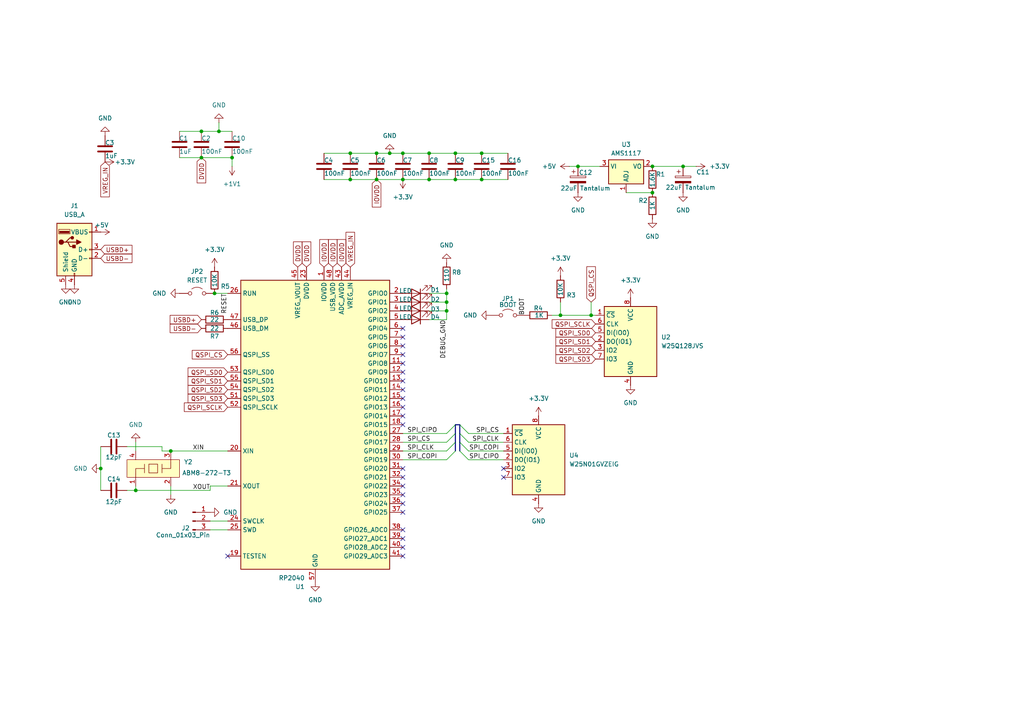
<source format=kicad_sch>
(kicad_sch (version 20250114) (generator "eeschema") (generator_version "9.0")
  (paper "A4")
  (lib_symbols
    (symbol "ABM8:ABM8-272-T3"
      (property "Reference" "Y" (at 0 -1.27 0))
      (symbol "ABM8-272-T3_0_1"
        (rectangle (start -7.62 1.27) (end 7.62 -3.81) (fill (type background)))
        (polyline (pts (xy -5.08 -2.54) (xy -5.08 -3.81)))
        (polyline (pts (xy -5.08 -3.81) (xy -5.08 -1.27) (xy -2.54 -1.27) (xy -2.54 0) (xy -2.54 -2.54)))
        (rectangle (start -1.27 0) (end 1.27 -2.54))
        (polyline (pts (xy 5.08 1.27) (xy 5.08 -1.27) (xy 2.54 -1.27) (xy 2.54 0) (xy 2.54 -2.54)))
      )
      (symbol "ABM8-272-T3_1_1"
        (pin input line (at -5.08 3.81 270) (length 2.54) (name "") (number "4"))
        (pin input line (at -5.08 -6.35 90) (length 2.54) (name "") (number "1"))
        (pin input line (at 5.08 3.81 270) (length 2.54) (name "") (number "3"))
        (pin input line (at 5.08 -6.35 90) (length 2.54) (name "") (number "2"))
      )
    )
    (symbol "Connector:Conn_01x03_Pin" (pin_names (offset 1.016) (hide yes))
      (property "Reference" "J" (at 0 5.08 0))
      (property "Value" "Conn_01x03_Pin" (at 0 -5.08 0))
      (symbol "Conn_01x03_Pin_1_1"
        (rectangle (start 0.8636 2.667) (end 0 2.413) (stroke (width 0.1524)) (fill (type outline)))
        (rectangle (start 0.8636 0.127) (end 0 -0.127) (stroke (width 0.1524)) (fill (type outline)))
        (rectangle (start 0.8636 -2.413) (end 0 -2.667) (stroke (width 0.1524)) (fill (type outline)))
        (polyline (pts (xy 1.27 2.54) (xy 0.8636 2.54)) (stroke (width 0.1524)))
        (polyline (pts (xy 1.27 0) (xy 0.8636 0)) (stroke (width 0.1524)))
        (polyline (pts (xy 1.27 -2.54) (xy 0.8636 -2.54)) (stroke (width 0.1524)))
        (pin passive line (at 5.08 2.54 180) (length 3.81) (name "Pin_1") (number "1"))
        (pin passive line (at 5.08 0 180) (length 3.81) (name "Pin_2") (number "2"))
        (pin passive line (at 5.08 -2.54 180) (length 3.81) (name "Pin_3") (number "3"))
      )
    )
    (symbol "Connector:USB_A" (pin_names (offset 1.016))
      (property "Reference" "J1" (at 0 12.7 0))
      (property "Value" "USB_A" (at 0 10.16 0))
      (symbol "USB_A_0_1"
        (rectangle (start -5.08 -7.62) (end 5.08 7.62) (stroke (width 0.254)) (fill (type background)))
        (circle (center -3.81 2.159) (radius 0.635) (stroke (width 0.254)) (fill (type outline)))
        (polyline (pts (xy -3.175 2.159) (xy -2.54 2.159) (xy -1.27 3.429) (xy -0.635 3.429)) (stroke (width 0.254)))
        (polyline (pts (xy -2.54 2.159) (xy -1.905 2.159) (xy -1.27 0.889) (xy 0 0.889)) (stroke (width 0.254)))
        (rectangle (start -1.524 4.826) (end -4.318 5.334) (fill (type outline)))
        (rectangle (start -1.27 4.572) (end -4.572 5.842))
        (circle (center -0.635 3.429) (radius 0.381) (stroke (width 0.254)) (fill (type outline)))
        (rectangle (start -0.127 -7.62) (end 0.127 -6.858))
        (rectangle (start 0.254 1.27) (end -0.508 0.508) (stroke (width 0.254)) (fill (type outline)))
        (polyline (pts (xy 0.635 2.794) (xy 0.635 1.524) (xy 1.905 2.159) (xy 0.635 2.794)) (stroke (width 0.254)) (fill (type outline)))
        (rectangle (start 5.08 4.953) (end 4.318 5.207))
        (rectangle (start 5.08 -0.127) (end 4.318 0.127))
        (rectangle (start 5.08 -2.667) (end 4.318 -2.413))
      )
      (symbol "USB_A_1_1"
        (polyline (pts (xy -1.905 2.159) (xy 0.635 2.159)) (stroke (width 0.254)))
        (pin passive line (at -2.54 -10.16 90) (length 2.54) (name "Shield") (number "5"))
        (pin power_out line (at 0 -10.16 90) (length 2.54) (name "GND") (number "4"))
        (pin power_out line (at 7.62 5.08 180) (length 2.54) (name "VBUS") (number "1"))
        (pin bidirectional line (at 7.62 0 180) (length 2.54) (name "D+") (number "3"))
        (pin bidirectional line (at 7.62 -2.54 180) (length 2.54) (name "D-") (number "2"))
      )
    )
    (symbol "Device:C" (pin_numbers (hide yes)) (pin_names (offset 0.254))
      (property "Reference" "C" (at 0.635 2.54 0))
      (property "Value" "C" (at 0.635 -2.54 0))
      (symbol "C_0_1"
        (polyline (pts (xy -2.032 0.762) (xy 2.032 0.762)) (stroke (width 0.508)))
        (polyline (pts (xy -2.032 -0.762) (xy 2.032 -0.762)) (stroke (width 0.508)))
      )
      (symbol "C_1_1"
        (pin passive line (at 0 3.81 270) (length 2.794) (name "~") (number "1"))
        (pin passive line (at 0 -3.81 90) (length 2.794) (name "~") (number "2"))
      )
    )
    (symbol "Device:C_Polarized" (pin_numbers (hide yes)) (pin_names (offset 0.254))
      (property "Reference" "C" (at 0.635 2.54 0))
      (property "Value" "C_Polarized" (at 0.635 -2.54 0))
      (symbol "C_Polarized_0_1"
        (rectangle (start -2.286 0.508) (end 2.286 1.016))
        (polyline (pts (xy -1.778 2.286) (xy -0.762 2.286)))
        (polyline (pts (xy -1.27 2.794) (xy -1.27 1.778)))
        (rectangle (start 2.286 -0.508) (end -2.286 -1.016) (fill (type outline)))
      )
      (symbol "C_Polarized_1_1"
        (pin passive line (at 0 3.81 270) (length 2.794) (name "~") (number "1"))
        (pin passive line (at 0 -3.81 90) (length 2.794) (name "~") (number "2"))
      )
    )
    (symbol "Device:LED" (pin_numbers (hide yes)) (pin_names (offset 1.016) (hide yes))
      (property "Reference" "D" (at 0 2.54 0))
      (property "Value" "LED" (at 0 -2.54 0))
      (symbol "LED_0_1"
        (polyline (pts (xy -3.048 -0.762) (xy -4.572 -2.286) (xy -3.81 -2.286) (xy -4.572 -2.286) (xy -4.572 -1.524)))
        (polyline (pts (xy -1.778 -0.762) (xy -3.302 -2.286) (xy -2.54 -2.286) (xy -3.302 -2.286) (xy -3.302 -1.524)))
        (polyline (pts (xy -1.27 0) (xy 1.27 0)))
        (polyline (pts (xy -1.27 -1.27) (xy -1.27 1.27)) (stroke (width 0.254)))
        (polyline (pts (xy 1.27 -1.27) (xy 1.27 1.27) (xy -1.27 0) (xy 1.27 -1.27)) (stroke (width 0.254)))
      )
      (symbol "LED_1_1"
        (pin passive line (at -3.81 0 0) (length 2.54) (name "K") (number "1"))
        (pin passive line (at 3.81 0 180) (length 2.54) (name "A") (number "2"))
      )
    )
    (symbol "Device:R" (pin_numbers (hide yes)) (pin_names (offset 0))
      (property "Reference" "R" (at 2.032 0 90))
      (property "Value" "R" (at 0 0 90))
      (symbol "R_0_1"
        (rectangle (start -1.016 -2.54) (end 1.016 2.54) (stroke (width 0.254)))
      )
      (symbol "R_1_1"
        (pin passive line (at 0 3.81 270) (length 1.27) (name "~") (number "1"))
        (pin passive line (at 0 -3.81 90) (length 1.27) (name "~") (number "2"))
      )
    )
    (symbol "Jumper:Jumper_2_Open" (pin_numbers (hide yes)) (pin_names (offset 0) (hide yes)) (exclude_from_sim yes)
      (property "Reference" "JP" (at 0 2.794 0))
      (property "Value" "Jumper_2_Open" (at 0 -2.286 0))
      (symbol "Jumper_2_Open_0_0"
        (circle (center -2.032 0) (radius 0.508))
        (circle (center 2.032 0) (radius 0.508))
      )
      (symbol "Jumper_2_Open_0_1"
        (arc (start -1.524 1.27) (mid 0 1.778) (end 1.524 1.27))
      )
      (symbol "Jumper_2_Open_1_1"
        (pin passive line (at -5.08 0 0) (length 2.54) (name "A") (number "1"))
        (pin passive line (at 5.08 0 180) (length 2.54) (name "B") (number "2"))
      )
    )
    (symbol "MCU_RaspberryPi:RP2040"
      (property "Reference" "U" (at 17.78 45.72 0))
      (property "Value" "RP2040" (at 17.78 43.18 0))
      (symbol "RP2040_0_1"
        (rectangle (start -21.59 41.91) (end 21.59 -41.91) (stroke (width 0.254)) (fill (type background)))
      )
      (symbol "RP2040_1_1"
        (pin input line (at -25.4 38.1 0) (length 3.81) (name "RUN") (number "26"))
        (pin bidirectional line (at -25.4 30.48 0) (length 3.81) (name "USB_DP") (number "47"))
        (pin bidirectional line (at -25.4 27.94 0) (length 3.81) (name "USB_DM") (number "46"))
        (pin bidirectional line (at -25.4 20.32 0) (length 3.81) (name "QSPI_SS") (number "56"))
        (pin bidirectional line (at -25.4 15.24 0) (length 3.81) (name "QSPI_SD0") (number "53"))
        (pin bidirectional line (at -25.4 12.7 0) (length 3.81) (name "QSPI_SD1") (number "55"))
        (pin bidirectional line (at -25.4 10.16 0) (length 3.81) (name "QSPI_SD2") (number "54"))
        (pin bidirectional line (at -25.4 7.62 0) (length 3.81) (name "QSPI_SD3") (number "51"))
        (pin output line (at -25.4 5.08 0) (length 3.81) (name "QSPI_SCLK") (number "52"))
        (pin input line (at -25.4 -7.62 0) (length 3.81) (name "XIN") (number "20"))
        (pin passive line (at -25.4 -17.78 0) (length 3.81) (name "XOUT") (number "21"))
        (pin input line (at -25.4 -27.94 0) (length 3.81) (name "SWCLK") (number "24"))
        (pin bidirectional line (at -25.4 -30.48 0) (length 3.81) (name "SWD") (number "25"))
        (pin input line (at -25.4 -38.1 0) (length 3.81) (name "TESTEN") (number "19"))
        (pin power_out line (at -5.08 45.72 270) (length 3.81) (name "VREG_VOUT") (number "45"))
        (pin power_in line (at -2.54 45.72 270) (length 3.81) (name "DVDD") (number "23"))
        (pin passive line (at -2.54 45.72 270) (length 3.81) (hide yes) (name "DVDD") (number "50"))
        (pin power_in line (at 0 -45.72 90) (length 3.81) (name "GND") (number "57"))
        (pin power_in line (at 2.54 45.72 270) (length 3.81) (name "IOVDD") (number "1"))
        (pin passive line (at 2.54 45.72 270) (length 3.81) (hide yes) (name "IOVDD") (number "10"))
        (pin passive line (at 2.54 45.72 270) (length 3.81) (hide yes) (name "IOVDD") (number "22"))
        (pin passive line (at 2.54 45.72 270) (length 3.81) (hide yes) (name "IOVDD") (number "33"))
        (pin passive line (at 2.54 45.72 270) (length 3.81) (hide yes) (name "IOVDD") (number "42"))
        (pin passive line (at 2.54 45.72 270) (length 3.81) (hide yes) (name "IOVDD") (number "49"))
        (pin power_in line (at 5.08 45.72 270) (length 3.81) (name "USB_VDD") (number "48"))
        (pin power_in line (at 7.62 45.72 270) (length 3.81) (name "ADC_AVDD") (number "43"))
        (pin power_in line (at 10.16 45.72 270) (length 3.81) (name "VREG_IN") (number "44"))
        (pin bidirectional line (at 25.4 38.1 180) (length 3.81) (name "GPIO0") (number "2"))
        (pin bidirectional line (at 25.4 35.56 180) (length 3.81) (name "GPIO1") (number "3"))
        (pin bidirectional line (at 25.4 33.02 180) (length 3.81) (name "GPIO2") (number "4"))
        (pin bidirectional line (at 25.4 30.48 180) (length 3.81) (name "GPIO3") (number "5"))
        (pin bidirectional line (at 25.4 27.94 180) (length 3.81) (name "GPIO4") (number "6"))
        (pin bidirectional line (at 25.4 25.4 180) (length 3.81) (name "GPIO5") (number "7"))
        (pin bidirectional line (at 25.4 22.86 180) (length 3.81) (name "GPIO6") (number "8"))
        (pin bidirectional line (at 25.4 20.32 180) (length 3.81) (name "GPIO7") (number "9"))
        (pin bidirectional line (at 25.4 17.78 180) (length 3.81) (name "GPIO8") (number "11"))
        (pin bidirectional line (at 25.4 15.24 180) (length 3.81) (name "GPIO9") (number "12"))
        (pin bidirectional line (at 25.4 12.7 180) (length 3.81) (name "GPIO10") (number "13"))
        (pin bidirectional line (at 25.4 10.16 180) (length 3.81) (name "GPIO11") (number "14"))
        (pin bidirectional line (at 25.4 7.62 180) (length 3.81) (name "GPIO12") (number "15"))
        (pin bidirectional line (at 25.4 5.08 180) (length 3.81) (name "GPIO13") (number "16"))
        (pin bidirectional line (at 25.4 2.54 180) (length 3.81) (name "GPIO14") (number "17"))
        (pin bidirectional line (at 25.4 0 180) (length 3.81) (name "GPIO15") (number "18"))
        (pin bidirectional line (at 25.4 -2.54 180) (length 3.81) (name "GPIO16") (number "27"))
        (pin bidirectional line (at 25.4 -5.08 180) (length 3.81) (name "GPIO17") (number "28"))
        (pin bidirectional line (at 25.4 -7.62 180) (length 3.81) (name "GPIO18") (number "29"))
        (pin bidirectional line (at 25.4 -10.16 180) (length 3.81) (name "GPIO19") (number "30"))
        (pin bidirectional line (at 25.4 -12.7 180) (length 3.81) (name "GPIO20") (number "31"))
        (pin bidirectional line (at 25.4 -15.24 180) (length 3.81) (name "GPIO21") (number "32"))
        (pin bidirectional line (at 25.4 -17.78 180) (length 3.81) (name "GPIO22") (number "34"))
        (pin bidirectional line (at 25.4 -20.32 180) (length 3.81) (name "GPIO23") (number "35"))
        (pin bidirectional line (at 25.4 -22.86 180) (length 3.81) (name "GPIO24") (number "36"))
        (pin bidirectional line (at 25.4 -25.4 180) (length 3.81) (name "GPIO25") (number "37"))
        (pin bidirectional line (at 25.4 -30.48 180) (length 3.81) (name "GPIO26_ADC0") (number "38"))
        (pin bidirectional line (at 25.4 -33.02 180) (length 3.81) (name "GPIO27_ADC1") (number "39"))
        (pin bidirectional line (at 25.4 -35.56 180) (length 3.81) (name "GPIO28_ADC2") (number "40"))
        (pin bidirectional line (at 25.4 -38.1 180) (length 3.81) (name "GPIO29_ADC3") (number "41"))
      )
    )
    (symbol "Memory_Flash:W25Q128JVS"
      (property "Reference" "U" (at -6.35 11.43 0))
      (property "Value" "W25Q128JVS" (at 7.62 11.43 0))
      (symbol "W25Q128JVS_0_1"
        (rectangle (start -7.62 10.16) (end 7.62 -10.16) (stroke (width 0.254)) (fill (type background)))
      )
      (symbol "W25Q128JVS_1_1"
        (pin input line (at -10.16 7.62 0) (length 2.54) (name "~{CS}") (number "1"))
        (pin input line (at -10.16 5.08 0) (length 2.54) (name "CLK") (number "6"))
        (pin bidirectional line (at -10.16 2.54 0) (length 2.54) (name "DI(IO0)") (number "5"))
        (pin bidirectional line (at -10.16 0 0) (length 2.54) (name "DO(IO1)") (number "2"))
        (pin bidirectional line (at -10.16 -2.54 0) (length 2.54) (name "IO2") (number "3"))
        (pin bidirectional line (at -10.16 -5.08 0) (length 2.54) (name "IO3") (number "7"))
        (pin power_in line (at 0 12.7 270) (length 2.54) (name "VCC") (number "8"))
        (pin power_in line (at 0 -12.7 90) (length 2.54) (name "GND") (number "4"))
      )
    )
    (symbol "Regulator_Linear:AMS1117"
      (property "Reference" "U" (at -3.81 3.175 0))
      (property "Value" "AMS1117" (at 0 3.175 0))
      (symbol "AMS1117_0_1"
        (rectangle (start -5.08 -5.08) (end 5.08 1.905) (stroke (width 0.254)) (fill (type background)))
      )
      (symbol "AMS1117_1_1"
        (pin power_in line (at -7.62 0 0) (length 2.54) (name "VI") (number "3"))
        (pin input line (at 0 -7.62 90) (length 2.54) (name "ADJ") (number "1"))
        (pin power_out line (at 7.62 0 180) (length 2.54) (name "VO") (number "2"))
      )
    )
    (symbol "power:+1V1" (power) (pin_numbers (hide yes)) (pin_names (offset 0) (hide yes))
      (property "Value" "+1V1" (at 0 3.556 0))
      (symbol "+1V1_0_1"
        (polyline (pts (xy -0.762 1.27) (xy 0 2.54)))
        (polyline (pts (xy 0 2.54) (xy 0.762 1.27)))
        (polyline (pts (xy 0 0) (xy 0 2.54)))
      )
      (symbol "+1V1_1_1"
        (pin power_in line (at 0 0 90) (length 0) (name "~") (number "1"))
      )
    )
    (symbol "power:+3.3V" (power) (pin_numbers (hide yes)) (pin_names (offset 0) (hide yes))
      (property "Value" "+3.3V" (at 0 3.556 0))
      (symbol "+3.3V_0_1"
        (polyline (pts (xy -0.762 1.27) (xy 0 2.54)))
        (polyline (pts (xy 0 2.54) (xy 0.762 1.27)))
        (polyline (pts (xy 0 0) (xy 0 2.54)))
      )
      (symbol "+3.3V_1_1"
        (pin power_in line (at 0 0 90) (length 0) (name "~") (number "1"))
      )
    )
    (symbol "power:+5V" (power) (pin_numbers (hide yes)) (pin_names (offset 0) (hide yes))
      (property "Value" "+5V" (at 0 3.556 0))
      (symbol "+5V_0_1"
        (polyline (pts (xy -0.762 1.27) (xy 0 2.54)))
        (polyline (pts (xy 0 2.54) (xy 0.762 1.27)))
        (polyline (pts (xy 0 0) (xy 0 2.54)))
      )
      (symbol "+5V_1_1"
        (pin power_in line (at 0 0 90) (length 0) (name "~") (number "1"))
      )
    )
    (symbol "power:GND" (power) (pin_numbers (hide yes)) (pin_names (offset 0) (hide yes))
      (property "Value" "GND" (at 0 -3.81 0))
      (symbol "GND_0_1"
        (polyline (pts (xy 0 0) (xy 0 -1.27) (xy 1.27 -1.27) (xy 0 -2.54) (xy -1.27 -1.27) (xy 0 -1.27)))
      )
      (symbol "GND_1_1"
        (pin power_in line (at 0 0 270) (length 0) (name "~") (number "1"))
      )
    )
  )
  (junction (at 171.45 91.44))
  (junction (at 29.21 135.89))
  (junction (at 132.08 52.07))
  (junction (at 116.84 52.07))
  (junction (at 124.46 44.45))
  (junction (at 39.37 142.24))
  (junction (at 129.54 85.09))
  (junction (at 116.84 44.45))
  (junction (at 139.7 52.07))
  (junction (at 67.31 45.72))
  (junction (at 101.6 52.07))
  (junction (at 139.7 44.45))
  (junction (at 101.6 44.45))
  (junction (at 109.22 52.07))
  (junction (at 124.46 52.07))
  (junction (at 109.22 44.45))
  (junction (at 63.5 38.1))
  (junction (at 129.54 87.63))
  (junction (at 113.03 44.45))
  (junction (at 62.23 85.09))
  (junction (at 58.42 38.1))
  (junction (at 167.64 48.26))
  (junction (at 49.53 130.81))
  (junction (at 189.23 55.88))
  (junction (at 198.12 48.26))
  (junction (at 189.23 48.26))
  (junction (at 132.08 44.45))
  (junction (at 129.54 90.17))
  (junction (at 162.56 91.44))
  (junction (at 58.42 45.72))
  (no_connect (at 146.05 135.89))
  (no_connect (at 116.84 107.95))
  (no_connect (at 116.84 100.33))
  (no_connect (at 116.84 95.25))
  (no_connect (at 116.84 115.57))
  (no_connect (at 146.05 138.43))
  (no_connect (at 116.84 102.87))
  (no_connect (at 116.84 161.29))
  (no_connect (at 116.84 135.89))
  (no_connect (at 116.84 105.41))
  (no_connect (at 66.04 161.29))
  (no_connect (at 116.84 153.67))
  (no_connect (at 116.84 97.79))
  (no_connect (at 116.84 138.43))
  (no_connect (at 116.84 148.59))
  (no_connect (at 116.84 123.19))
  (no_connect (at 116.84 118.11))
  (no_connect (at 116.84 156.21))
  (no_connect (at 116.84 158.75))
  (no_connect (at 116.84 146.05))
  (no_connect (at 116.84 110.49))
  (no_connect (at 116.84 120.65))
  (no_connect (at 116.84 140.97))
  (no_connect (at 116.84 143.51))
  (no_connect (at 116.84 113.03))
  (bus_entry (at 133.35 123.19) (size 2.54 2.54))
  (bus_entry (at 133.35 128.27) (size 2.54 2.54))
  (bus_entry (at 132.08 125.73) (size -2.54 2.54))
  (bus_entry (at 133.35 130.81) (size 2.54 2.54))
  (bus_entry (at 132.08 130.81) (size -2.54 2.54))
  (bus_entry (at 132.08 123.19) (size -2.54 2.54))
  (bus_entry (at 133.35 125.73) (size 2.54 2.54))
  (bus_entry (at 132.08 128.27) (size -2.54 2.54))
  (wire (pts (xy 129.54 85.09) (xy 129.54 83.82)))
  (wire (pts (xy 49.53 140.97) (xy 49.53 143.51)))
  (wire (pts (xy 39.37 128.27) (xy 39.37 130.81)))
  (wire (pts (xy 58.42 38.1) (xy 63.5 38.1)))
  (wire (pts (xy 116.84 133.35) (xy 129.54 133.35)))
  (bus (pts (xy 132.08 123.19) (xy 133.35 123.19)))
  (bus (pts (xy 133.35 123.19) (xy 133.35 125.73)))
  (wire (pts (xy 171.45 91.44) (xy 172.72 91.44)))
  (wire (pts (xy 109.22 52.07) (xy 101.6 52.07)))
  (wire (pts (xy 60.96 153.67) (xy 66.04 153.67)))
  (wire (pts (xy 139.7 52.07) (xy 147.32 52.07)))
  (wire (pts (xy 139.7 44.45) (xy 147.32 44.45)))
  (wire (pts (xy 113.03 44.45) (xy 116.84 44.45)))
  (wire (pts (xy 189.23 48.26) (xy 198.12 48.26)))
  (wire (pts (xy 46.99 129.54) (xy 46.99 130.81)))
  (wire (pts (xy 132.08 44.45) (xy 139.7 44.45)))
  (wire (pts (xy 181.61 55.88) (xy 189.23 55.88)))
  (wire (pts (xy 36.83 142.24) (xy 39.37 142.24)))
  (wire (pts (xy 116.84 125.73) (xy 129.54 125.73)))
  (wire (pts (xy 124.46 87.63) (xy 129.54 87.63)))
  (wire (pts (xy 167.64 48.26) (xy 173.99 48.26)))
  (wire (pts (xy 124.46 44.45) (xy 132.08 44.45)))
  (wire (pts (xy 46.99 129.54) (xy 36.83 129.54)))
  (wire (pts (xy 49.53 130.81) (xy 66.04 130.81)))
  (wire (pts (xy 135.89 133.35) (xy 146.05 133.35)))
  (wire (pts (xy 52.07 45.72) (xy 58.42 45.72)))
  (wire (pts (xy 39.37 142.24) (xy 39.37 140.97)))
  (wire (pts (xy 60.96 151.13) (xy 66.04 151.13)))
  (bus (pts (xy 132.08 130.81) (xy 132.08 128.27)))
  (wire (pts (xy 135.89 130.81) (xy 146.05 130.81)))
  (wire (pts (xy 198.12 48.26) (xy 201.93 48.26)))
  (wire (pts (xy 60.96 142.24) (xy 39.37 142.24)))
  (wire (pts (xy 129.54 92.71) (xy 129.54 90.17)))
  (wire (pts (xy 124.46 92.71) (xy 129.54 92.71)))
  (wire (pts (xy 109.22 44.45) (xy 113.03 44.45)))
  (wire (pts (xy 60.96 140.97) (xy 66.04 140.97)))
  (wire (pts (xy 129.54 90.17) (xy 129.54 87.63)))
  (wire (pts (xy 129.54 87.63) (xy 129.54 85.09)))
  (wire (pts (xy 116.84 44.45) (xy 124.46 44.45)))
  (bus (pts (xy 133.35 125.73) (xy 133.35 128.27)))
  (wire (pts (xy 160.02 91.44) (xy 162.56 91.44)))
  (wire (pts (xy 29.21 135.89) (xy 29.21 142.24)))
  (wire (pts (xy 162.56 87.63) (xy 162.56 91.44)))
  (wire (pts (xy 63.5 38.1) (xy 67.31 38.1)))
  (wire (pts (xy 132.08 52.07) (xy 139.7 52.07)))
  (wire (pts (xy 109.22 52.07) (xy 116.84 52.07)))
  (wire (pts (xy 62.23 85.09) (xy 66.04 85.09)))
  (wire (pts (xy 93.98 44.45) (xy 101.6 44.45)))
  (wire (pts (xy 93.98 52.07) (xy 101.6 52.07)))
  (wire (pts (xy 165.1 48.26) (xy 167.64 48.26)))
  (wire (pts (xy 124.46 85.09) (xy 129.54 85.09)))
  (wire (pts (xy 29.21 129.54) (xy 29.21 135.89)))
  (bus (pts (xy 132.08 128.27) (xy 132.08 125.73)))
  (wire (pts (xy 58.42 45.72) (xy 67.31 45.72)))
  (bus (pts (xy 132.08 125.73) (xy 132.08 123.19)))
  (wire (pts (xy 49.53 130.81) (xy 46.99 130.81)))
  (wire (pts (xy 171.45 91.44) (xy 162.56 91.44)))
  (wire (pts (xy 171.45 87.63) (xy 171.45 91.44)))
  (wire (pts (xy 124.46 90.17) (xy 129.54 90.17)))
  (wire (pts (xy 63.5 35.56) (xy 63.5 38.1)))
  (wire (pts (xy 135.89 128.27) (xy 146.05 128.27)))
  (wire (pts (xy 67.31 48.26) (xy 67.31 45.72)))
  (wire (pts (xy 124.46 52.07) (xy 132.08 52.07)))
  (wire (pts (xy 116.84 130.81) (xy 129.54 130.81)))
  (wire (pts (xy 116.84 52.07) (xy 124.46 52.07)))
  (wire (pts (xy 60.96 140.97) (xy 60.96 142.24)))
  (wire (pts (xy 116.84 128.27) (xy 129.54 128.27)))
  (wire (pts (xy 58.42 38.1) (xy 52.07 38.1)))
  (wire (pts (xy 135.89 125.73) (xy 146.05 125.73)))
  (wire (pts (xy 101.6 44.45) (xy 109.22 44.45)))
  (bus (pts (xy 133.35 128.27) (xy 133.35 130.81)))
  (label "DEBUG_GND" (at 129.54 92.71 270))
  (label "SPI_COPI" (at 144.78 130.81 180))
  (label "SPI_CLK" (at 144.78 128.27 180))
  (label "SPI_CLK" (at 118.11 130.81 0))
  (label "XOUT" (at 60.96 142.24 180))
  (label "SPI_COPI" (at 118.11 133.35 0))
  (label "RESET" (at 66.04 85.09 270))
  (label "SPI_CIPO" (at 118.11 125.73 0))
  (label "XIN" (at 55.88 130.81 0))
  (label "SPI_CIPO" (at 144.78 133.35 180))
  (label "SPI_CS" (at 144.78 125.73 180))
  (label "BOOT" (at 152.4 91.44 90))
  (label "SPI_CS" (at 118.11 128.27 0))
  (global_label "QSPI_SD2" (shape input) (at 66.04 113.03 180) (property "Intersheetrefs" "${INTERSHEET_REFS}" (effects (hide yes))))
  (global_label "QSPI_SCLK" (shape input) (at 172.72 93.98 180) (property "Intersheetrefs" "${INTERSHEET_REFS}" (effects (hide yes))))
  (global_label "USBD-" (shape input) (at 29.21 74.93 0) (property "Intersheetrefs" "${INTERSHEET_REFS}" (effects (hide yes))))
  (global_label "QSPI_SD0" (shape input) (at 66.04 107.95 180) (property "Intersheetrefs" "${INTERSHEET_REFS}" (effects (hide yes))))
  (global_label "USBD+" (shape input) (at 29.21 72.39 0) (property "Intersheetrefs" "${INTERSHEET_REFS}" (effects (hide yes))))
  (global_label "QSPI_SD3" (shape input) (at 172.72 104.14 180) (property "Intersheetrefs" "${INTERSHEET_REFS}" (effects (hide yes))))
  (global_label "IOVDD" (shape input) (at 96.52 77.47 90) (property "Intersheetrefs" "${INTERSHEET_REFS}" (effects (hide yes))))
  (global_label "DVDD" (shape input) (at 58.42 45.72 270) (property "Intersheetrefs" "${INTERSHEET_REFS}" (effects (hide yes))))
  (global_label "USBD+" (shape input) (at 58.42 92.71 180) (property "Intersheetrefs" "${INTERSHEET_REFS}" (effects (hide yes))))
  (global_label "QSPI_SD3" (shape input) (at 66.04 115.57 180) (property "Intersheetrefs" "${INTERSHEET_REFS}" (effects (hide yes))))
  (global_label "IOVDD" (shape input) (at 93.98 77.47 90) (property "Intersheetrefs" "${INTERSHEET_REFS}" (effects (hide yes))))
  (global_label "USBD-" (shape input) (at 58.42 95.25 180) (property "Intersheetrefs" "${INTERSHEET_REFS}" (effects (hide yes))))
  (global_label "QSPI_SD1" (shape input) (at 172.72 99.06 180) (property "Intersheetrefs" "${INTERSHEET_REFS}" (effects (hide yes))))
  (global_label "QSPI_SCLK" (shape input) (at 66.04 118.11 180) (property "Intersheetrefs" "${INTERSHEET_REFS}" (effects (hide yes))))
  (global_label "VREG_IN" (shape input) (at 30.48 46.99 270) (property "Intersheetrefs" "${INTERSHEET_REFS}" (effects (hide yes))))
  (global_label "QSPI_SD0" (shape input) (at 172.72 96.52 180) (property "Intersheetrefs" "${INTERSHEET_REFS}" (effects (hide yes))))
  (global_label "DVDD" (shape input) (at 88.9 77.47 90) (property "Intersheetrefs" "${INTERSHEET_REFS}" (effects (hide yes))))
  (global_label "QSPI_CS" (shape input) (at 171.45 87.63 90) (property "Intersheetrefs" "${INTERSHEET_REFS}" (effects (hide yes))))
  (global_label "QSPI_SD2" (shape input) (at 172.72 101.6 180) (property "Intersheetrefs" "${INTERSHEET_REFS}" (effects (hide yes))))
  (global_label "QSPI_SD1" (shape input) (at 66.04 110.49 180) (property "Intersheetrefs" "${INTERSHEET_REFS}" (effects (hide yes))))
  (global_label "QSPI_CS" (shape input) (at 66.04 102.87 180) (property "Intersheetrefs" "${INTERSHEET_REFS}" (effects (hide yes))))
  (global_label "IOVDD" (shape input) (at 109.22 52.07 270) (property "Intersheetrefs" "${INTERSHEET_REFS}" (effects (hide yes))))
  (global_label "VREG_IN" (shape input) (at 101.6 77.47 90) (property "Intersheetrefs" "${INTERSHEET_REFS}" (effects (hide yes))))
  (global_label "DVDD" (shape input) (at 86.36 77.47 90) (property "Intersheetrefs" "${INTERSHEET_REFS}" (effects (hide yes))))
  (global_label "IOVDD" (shape input) (at 99.06 77.47 90) (property "Intersheetrefs" "${INTERSHEET_REFS}" (effects (hide yes))))
  (symbol (lib_id "Device:R") (at 62.23 92.71 90) (unit 1)
    (property "Reference" "R6" (at 62.23 90.678 90))
    (property "Value" "22" (at 62.23 92.71 90))
    (property "Footprint" "Resistor_SMD:R_0402_1005Metric" (effects (hide yes)))
    (property "Datasheet" "https://www.mouser.com/datasheet/2/447/PYu_SR_20105_RoHS_L_8-1670197.pdf" (effects (hide yes)))
    (property "Description" "Resistor" (effects (hide yes)))
  )
  (symbol (lib_id "Device:R") (at 156.21 91.44 90) (unit 1)
    (property "Reference" "R4" (at 157.48 89.408 90) (effects (justify left)))
    (property "Value" "1K" (at 157.734 91.44 90) (effects (justify left)))
    (property "Footprint" "Resistor_SMD:R_0402_1005Metric" (effects (hide yes)))
    (property "Datasheet" "https://fscdn.rohm.com/en/products/databook/datasheet/passive/resistor/chip_resistor/sfr-e.pdf" (effects (hide yes)))
    (property "Description" "Resistor" (effects (hide yes)))
  )
  (symbol (lib_id "power:+5V") (at 29.21 67.31 270) (unit 1)
    (property "Reference" "#PWR03" (effects (hide yes)))
    (property "Value" "+5V" (at 27.432 65.278 90) (effects (justify left)))
    (property "Description" "Power symbol creates a global label with name \"+5V\"" (effects (hide yes)))
  )
  (symbol (lib_id "Device:C") (at 30.48 43.18 0) (unit 1)
    (property "Reference" "C3" (at 30.48 41.402 0) (effects (justify left)))
    (property "Value" "1uF" (at 30.48 45.212 0) (effects (justify left)))
    (property "Footprint" "Capacitor_SMD:C_0201_0603Metric" (effects (hide yes)))
    (property "Datasheet" "https://www.mouser.com/datasheet/2/396/mlcc02_e-1307760.pdf" (effects (hide yes)))
    (property "Description" "Unpolarized capacitor" (effects (hide yes)))
  )
  (symbol (lib_id "Device:R") (at 62.23 95.25 90) (unit 1)
    (property "Reference" "R7" (at 62.23 97.536 90))
    (property "Value" "22" (at 62.23 95.25 90))
    (property "Footprint" "Resistor_SMD:R_0402_1005Metric" (effects (hide yes)))
    (property "Datasheet" "https://www.mouser.com/datasheet/2/447/PYu_SR_20105_RoHS_L_8-1670197.pdf" (effects (hide yes)))
    (property "Description" "Resistor" (effects (hide yes)))
  )
  (symbol (lib_id "power:GND") (at 129.54 76.2 180) (unit 1)
    (property "Reference" "#PWR033" (effects (hide yes)))
    (property "Value" "GND" (at 129.54 71.12 0))
    (property "Description" "Power symbol creates a global label with name \"GND\" , ground" (effects (hide yes)))
  )
  (symbol (lib_id "Device:C") (at 33.02 129.54 270) (unit 1)
    (property "Reference" "C13" (at 33.02 126.238 90))
    (property "Value" "12pF" (at 33.02 132.588 90))
    (property "Footprint" "Capacitor_SMD:C_0201_0603Metric" (effects (hide yes)))
    (property "Datasheet" "https://www.mouser.com/datasheet/2/396/c_mlcc_B_e-3369865.pdf" (effects (hide yes)))
    (property "Description" "Unpolarized capacitor" (effects (hide yes)))
  )
  (symbol (lib_id "power:GND") (at 60.96 148.59 90) (unit 1)
    (property "Reference" "#PWR034" (effects (hide yes)))
    (property "Value" "GND" (at 64.77 148.5899 90) (effects (justify right)))
    (property "Description" "Power symbol creates a global label with name \"GND\" , ground" (effects (hide yes)))
  )
  (symbol (lib_id "Memory_Flash:W25Q128JVS") (at 182.88 99.06 0) (unit 1)
    (property "Reference" "U2" (at 191.77 97.7899 0) (effects (justify left)))
    (property "Value" "W25Q128JVS" (at 191.77 100.3299 0) (effects (justify left)))
    (property "Footprint" "Package_SO:SOIC-8_5.23x5.23mm_P1.27mm" (effects (hide yes)))
    (property "Datasheet" "https://www.winbond.com/resource-files/w25q128jv_dtr%20revc%2003272018%20plus.pdf" (effects (hide yes)))
    (property "Description" "128Mb Serial Flash Memory, Standard/Dual/Quad SPI, SOIC-8" (effects (hide yes)))
  )
  (symbol (lib_id "power:GND") (at 113.03 44.45 180) (unit 1)
    (property "Reference" "#PWR08" (effects (hide yes)))
    (property "Value" "GND" (at 113.03 39.37 0))
    (property "Description" "Power symbol creates a global label with name \"GND\" , ground" (effects (hide yes)))
  )
  (symbol (lib_id "Device:C") (at 109.22 48.26 0) (unit 1)
    (property "Reference" "C6" (at 109.22 46.482 0) (effects (justify left)))
    (property "Value" "100nF" (at 109.22 50.292 0) (effects (justify left)))
    (property "Footprint" "Capacitor_SMD:C_01005_0402Metric" (effects (hide yes)))
    (property "Datasheet" "https://www.mouser.com/ProductDetail/KYOCERA-AVX/KGM02AR51A104MH?qs=9vOqFld9vZUKqUoT7PZO0Q%3D%3D" (effects (hide yes)))
    (property "Description" "Unpolarized capacitor" (effects (hide yes)))
  )
  (symbol (lib_id "Device:C") (at 93.98 48.26 0) (unit 1)
    (property "Reference" "C4" (at 93.98 46.482 0) (effects (justify left)))
    (property "Value" "100nF" (at 93.98 50.292 0) (effects (justify left)))
    (property "Footprint" "Capacitor_SMD:C_01005_0402Metric" (effects (hide yes)))
    (property "Datasheet" "https://www.mouser.com/ProductDetail/KYOCERA-AVX/KGM02AR51A104MH?qs=9vOqFld9vZUKqUoT7PZO0Q%3D%3D" (effects (hide yes)))
    (property "Description" "Unpolarized capacitor" (effects (hide yes)))
  )
  (symbol (lib_id "power:+3.3V") (at 162.56 80.01 0) (unit 1)
    (property "Reference" "#PWR026" (effects (hide yes)))
    (property "Value" "+3.3V" (at 162.56 74.93 0))
    (property "Description" "Power symbol creates a global label with name \"+3.3V\"" (effects (hide yes)))
  )
  (symbol (lib_id "power:GND") (at 21.59 82.55 0) (unit 1)
    (property "Reference" "#PWR02" (effects (hide yes)))
    (property "Value" "GND" (at 21.59 87.63 0))
    (property "Description" "Power symbol creates a global label with name \"GND\" , ground" (effects (hide yes)))
  )
  (symbol (lib_id "power:GND") (at 49.53 143.51 0) (unit 1)
    (property "Reference" "#PWR032" (effects (hide yes)))
    (property "Value" "GND" (at 49.53 148.59 0))
    (property "Description" "Power symbol creates a global label with name \"GND\" , ground" (effects (hide yes)))
  )
  (symbol (lib_id "Device:LED") (at 120.65 92.71 180) (unit 1)
    (property "Reference" "D4" (at 126.238 91.948 0))
    (property "Value" "LED" (at 117.602 91.948 0))
    (property "Footprint" "LED_SMD:LED_0402_1005Metric" (effects (hide yes)))
    (property "Datasheet" "https://www.we-online.com/components/products/datasheet/150040RS73240.pdf" (effects (hide yes)))
    (property "Description" "Light emitting diode" (effects (hide yes)))
  )
  (symbol (lib_id "power:GND") (at 39.37 128.27 180) (unit 1)
    (property "Reference" "#PWR031" (effects (hide yes)))
    (property "Value" "GND" (at 39.37 123.19 0))
    (property "Description" "Power symbol creates a global label with name \"GND\" , ground" (effects (hide yes)))
  )
  (symbol (lib_id "power:+3.3V") (at 182.88 86.36 0) (unit 1)
    (property "Reference" "#PWR024" (effects (hide yes)))
    (property "Value" "+3.3V" (at 182.88 81.28 0))
    (property "Description" "Power symbol creates a global label with name \"+3.3V\"" (effects (hide yes)))
  )
  (symbol (lib_id "power:GND") (at 19.05 82.55 0) (unit 1)
    (property "Reference" "#PWR01" (effects (hide yes)))
    (property "Value" "GND" (at 19.05 87.63 0))
    (property "Description" "Power symbol creates a global label with name \"GND\" , ground" (effects (hide yes)))
  )
  (symbol (lib_id "Device:R") (at 189.23 52.07 0) (unit 1)
    (property "Reference" "R1" (at 190.246 50.546 0) (effects (justify left)))
    (property "Value" "1.6K" (at 189.23 54.356 90) (effects (justify left)))
    (property "Footprint" "Resistor_SMD:R_0402_1005Metric" (effects (hide yes)))
    (property "Datasheet" "https://fscdn.rohm.com/en/products/databook/datasheet/passive/resistor/chip_resistor/sfr-e.pdf" (effects (hide yes)))
    (property "Description" "Resistor" (effects (hide yes)))
  )
  (symbol (lib_id "Device:C") (at 58.42 41.91 0) (unit 1)
    (property "Reference" "C2" (at 58.42 40.132 0) (effects (justify left)))
    (property "Value" "100nF" (at 58.42 43.942 0) (effects (justify left)))
    (property "Footprint" "Capacitor_SMD:C_01005_0402Metric" (effects (hide yes)))
    (property "Datasheet" "https://www.mouser.com/ProductDetail/KYOCERA-AVX/KGM02AR51A104MH?qs=9vOqFld9vZUKqUoT7PZO0Q%3D%3D" (effects (hide yes)))
    (property "Description" "Unpolarized capacitor" (effects (hide yes)))
  )
  (symbol (lib_id "Device:LED") (at 120.65 87.63 180) (unit 1)
    (property "Reference" "D2" (at 126.238 86.868 0))
    (property "Value" "LED" (at 117.602 86.868 0))
    (property "Footprint" "LED_SMD:LED_0402_1005Metric" (effects (hide yes)))
    (property "Datasheet" "https://www.we-online.com/components/products/datasheet/150040RS73240.pdf" (effects (hide yes)))
    (property "Description" "Light emitting diode" (effects (hide yes)))
  )
  (symbol (lib_id "power:+3.3V") (at 156.21 120.65 0) (unit 1)
    (property "Reference" "#PWR05" (effects (hide yes)))
    (property "Value" "+3.3V" (at 156.21 115.57 0))
    (property "Description" "Power symbol creates a global label with name \"+3.3V\"" (effects (hide yes)))
  )
  (symbol (lib_id "Device:LED") (at 120.65 85.09 180) (unit 1)
    (property "Reference" "D1" (at 126.238 84.074 0))
    (property "Value" "LED" (at 117.602 84.328 0))
    (property "Footprint" "LED_SMD:LED_0402_1005Metric" (effects (hide yes)))
    (property "Datasheet" "https://www.we-online.com/components/products/datasheet/150040RS73240.pdf" (effects (hide yes)))
    (property "Description" "Light emitting diode" (effects (hide yes)))
  )
  (symbol (lib_id "Device:C") (at 132.08 48.26 0) (unit 1)
    (property "Reference" "C9" (at 132.08 46.482 0) (effects (justify left)))
    (property "Value" "100nF" (at 132.08 50.292 0) (effects (justify left)))
    (property "Footprint" "Capacitor_SMD:C_01005_0402Metric" (effects (hide yes)))
    (property "Datasheet" "https://www.mouser.com/ProductDetail/KYOCERA-AVX/KGM02AR51A104MH?qs=9vOqFld9vZUKqUoT7PZO0Q%3D%3D" (effects (hide yes)))
    (property "Description" "Unpolarized capacitor" (effects (hide yes)))
  )
  (symbol (lib_id "power:GND") (at 189.23 63.5 0) (unit 1)
    (property "Reference" "#PWR012" (effects (hide yes)))
    (property "Value" "GND" (at 189.23 68.58 0))
    (property "Description" "Power symbol creates a global label with name \"GND\" , ground" (effects (hide yes)))
  )
  (symbol (lib_id "Memory_Flash:W25Q128JVS") (at 156.21 133.35 0) (unit 1)
    (property "Reference" "U4" (at 165.1 132.0799 0) (effects (justify left)))
    (property "Value" "W25N01GVZEIG" (at 165.1 134.6199 0) (effects (justify left)))
    (property "Footprint" "Package_SON:WSON-8-1EP_8x6mm_P1.27mm_EP3.4x4.3mm" (effects (hide yes)))
    (property "Datasheet" "https://www.winbond.com/hq/support/documentation/levelOne.jsp?__locale=en&DocNo=DA00-W25N01GV.2" (effects (hide yes)))
    (property "Description" "128Mb Serial Flash Memory, Standard/Dual/Quad SPI, SOIC-8" (effects (hide yes)))
  )
  (symbol (lib_id "power:GND") (at 52.07 85.09 270) (unit 1)
    (property "Reference" "#PWR029" (effects (hide yes)))
    (property "Value" "GND" (at 48.26 85.0899 90) (effects (justify right)))
    (property "Description" "Power symbol creates a global label with name \"GND\" , ground" (effects (hide yes)))
  )
  (symbol (lib_id "power:GND") (at 182.88 111.76 0) (unit 1)
    (property "Reference" "#PWR025" (effects (hide yes)))
    (property "Value" "GND" (at 182.88 116.84 0))
    (property "Description" "Power symbol creates a global label with name \"GND\" , ground" (effects (hide yes)))
  )
  (symbol (lib_id "power:+1V1") (at 67.31 48.26 180) (unit 1)
    (property "Reference" "#PWR019" (effects (hide yes)))
    (property "Value" "+1V1" (at 67.31 53.34 0))
    (property "Description" "Power symbol creates a global label with name \"+1V1\"" (effects (hide yes)))
  )
  (symbol (lib_id "Regulator_Linear:AMS1117") (at 181.61 48.26 0) (unit 1)
    (property "Reference" "U3" (at 181.61 41.91 0))
    (property "Value" "AMS1117" (at 181.61 44.45 0))
    (property "Footprint" "Package_TO_SOT_SMD:SOT-223-3_TabPin2" (effects (hide yes)))
    (property "Datasheet" "http://www.advanced-monolithic.com/pdf/ds1117.pdf" (effects (hide yes)))
    (property "Description" "1A Low Dropout regulator, positive, adjustable output, SOT-223" (effects (hide yes)))
  )
  (symbol (lib_id "Device:LED") (at 120.65 90.17 180) (unit 1)
    (property "Reference" "D3" (at 126.238 89.662 0))
    (property "Value" "LED" (at 117.602 89.408 0))
    (property "Footprint" "LED_SMD:LED_0402_1005Metric" (effects (hide yes)))
    (property "Datasheet" "https://www.we-online.com/components/products/datasheet/150040RS73240.pdf" (effects (hide yes)))
    (property "Description" "Light emitting diode" (effects (hide yes)))
  )
  (symbol (lib_id "power:+3.3V") (at 62.23 77.47 0) (unit 1)
    (property "Reference" "#PWR028" (effects (hide yes)))
    (property "Value" "+3.3V" (at 62.23 72.39 0))
    (property "Description" "Power symbol creates a global label with name \"+3.3V\"" (effects (hide yes)))
  )
  (symbol (lib_id "Device:C_Polarized") (at 198.12 52.07 0) (unit 1)
    (property "Reference" "C11" (at 201.93 49.9109 0) (effects (justify left)))
    (property "Value" "22uF Tantalum" (at 193.04 54.356 0) (effects (justify left)))
    (property "Footprint" "Capacitor_SMD:C_1206_3216Metric" (effects (hide yes)))
    (property "Datasheet" "https://www.mouser.com/datasheet/2/40/F93-3162596.pdf" (effects (hide yes)))
    (property "Description" "Polarized capacitor" (effects (hide yes)))
  )
  (symbol (lib_id "Jumper:Jumper_2_Open") (at 147.32 91.44 0) (unit 1) (exclude_from_sim yes)
    (property "Reference" "JP1" (at 147.32 86.614 0))
    (property "Value" "BOOT" (at 147.32 88.392 0))
    (property "Footprint" "Connector_PinHeader_2.54mm:PinHeader_1x02_P2.54mm_Vertical" (effects (hide yes)))
    (property "Description" "Jumper, 2-pole, open" (effects (hide yes)))
  )
  (symbol (lib_id "ABM8:ABM8-272-T3") (at 44.45 134.62 0) (unit 1)
    (property "Reference" "Y2" (at 53.34 133.9849 0) (effects (justify left)))
    (property "Value" "ABM8-272-T3" (at 52.832 137.16 0) (effects (justify left)))
    (property "Footprint" "Oscillator:Oscillator_SMD_EuroQuartz_XO32-4Pin_3.2x2.5mm" (effects (hide yes)))
    (property "Datasheet" "https://mm.digikey.com/Volume0/opasdata/d220001/medias/docus/6536/ABM8_Datasheet.pdf" (effects (hide yes)))
  )
  (symbol (lib_id "power:GND") (at 142.24 91.44 270) (unit 1)
    (property "Reference" "#PWR027" (effects (hide yes)))
    (property "Value" "GND" (at 138.43 91.4399 90) (effects (justify right)))
    (property "Description" "Power symbol creates a global label with name \"GND\" , ground" (effects (hide yes)))
  )
  (symbol (lib_id "Device:C") (at 147.32 48.26 0) (unit 1)
    (property "Reference" "C16" (at 147.32 46.482 0) (effects (justify left)))
    (property "Value" "100nF" (at 147.32 50.292 0) (effects (justify left)))
    (property "Footprint" "Capacitor_SMD:C_01005_0402Metric" (effects (hide yes)))
    (property "Datasheet" "https://www.mouser.com/ProductDetail/KYOCERA-AVX/KGM02AR51A104MH?qs=9vOqFld9vZUKqUoT7PZO0Q%3D%3D" (effects (hide yes)))
    (property "Description" "Unpolarized capacitor" (effects (hide yes)))
  )
  (symbol (lib_id "power:GND") (at 198.12 55.88 0) (unit 1)
    (property "Reference" "#PWR013" (effects (hide yes)))
    (property "Value" "GND" (at 198.12 60.96 0))
    (property "Description" "Power symbol creates a global label with name \"GND\" , ground" (effects (hide yes)))
  )
  (symbol (lib_id "Jumper:Jumper_2_Open") (at 57.15 85.09 0) (unit 1) (exclude_from_sim yes)
    (property "Reference" "JP2" (at 57.15 78.74 0))
    (property "Value" "RESET" (at 57.15 81.28 0))
    (property "Footprint" "Connector_PinHeader_2.54mm:PinHeader_1x02_P2.54mm_Vertical" (effects (hide yes)))
    (property "Description" "Jumper, 2-pole, open" (effects (hide yes)))
  )
  (symbol (lib_id "Device:C") (at 52.07 41.91 180) (unit 1)
    (property "Reference" "C1" (at 54.61 40.132 0) (effects (justify left)))
    (property "Value" "1uF" (at 55.626 43.942 0) (effects (justify left)))
    (property "Footprint" "Capacitor_SMD:C_0201_0603Metric" (effects (hide yes)))
    (property "Datasheet" "https://www.mouser.com/datasheet/2/396/mlcc02_e-1307760.pdf" (effects (hide yes)))
    (property "Description" "Unpolarized capacitor" (effects (hide yes)))
  )
  (symbol (lib_id "power:GND") (at 63.5 35.56 180) (unit 1)
    (property "Reference" "#PWR09" (effects (hide yes)))
    (property "Value" "GND" (at 63.5 30.48 0))
    (property "Description" "Power symbol creates a global label with name \"GND\" , ground" (effects (hide yes)))
  )
  (symbol (lib_id "power:GND") (at 91.44 168.91 0) (unit 1)
    (property "Reference" "#PWR04" (effects (hide yes)))
    (property "Value" "GND" (at 91.44 173.99 0))
    (property "Description" "Power symbol creates a global label with name \"GND\" , ground" (effects (hide yes)))
  )
  (symbol (lib_id "Connector:Conn_01x03_Pin") (at 55.88 151.13 0) (unit 1)
    (property "Reference" "J2" (at 53.848 153.162 0))
    (property "Value" "Conn_01x03_Pin" (at 53.086 155.194 0))
    (property "Footprint" "Connector_PinHeader_2.54mm:PinHeader_1x03_P2.54mm_Vertical" (effects (hide yes)))
    (property "Description" "Generic connector, single row, 01x03, script generated" (effects (hide yes)))
  )
  (symbol (lib_id "power:+5V") (at 165.1 48.26 90) (unit 1)
    (property "Reference" "#PWR010" (effects (hide yes)))
    (property "Value" "+5V" (at 161.29 48.2599 90) (effects (justify left)))
    (property "Description" "Power symbol creates a global label with name \"+5V\"" (effects (hide yes)))
  )
  (symbol (lib_id "Device:R") (at 162.56 83.82 0) (unit 1)
    (property "Reference" "R3" (at 164.338 85.598 0) (effects (justify left)))
    (property "Value" "10K" (at 162.56 85.852 90) (effects (justify left)))
    (property "Footprint" "Resistor_SMD:R_0402_1005Metric" (effects (hide yes)))
    (property "Datasheet" "https://www.vishay.com/docs/28773/crcwce3.pdf" (effects (hide yes)))
    (property "Description" "Resistor" (effects (hide yes)))
  )
  (symbol (lib_id "Device:R") (at 129.54 80.01 0) (unit 1)
    (property "Reference" "R8" (at 131.064 78.994 0) (effects (justify left)))
    (property "Value" "110" (at 129.54 81.788 90) (effects (justify left)))
    (property "Footprint" "Resistor_SMD:R_0402_1005Metric" (effects (hide yes)))
    (property "Datasheet" "https://fscdn.rohm.com/en/products/databook/datasheet/passive/resistor/chip_resistor/sfr-e.pdf" (effects (hide yes)))
    (property "Description" "Resistor" (effects (hide yes)))
  )
  (symbol (lib_id "power:GND") (at 29.21 135.89 270) (unit 1)
    (property "Reference" "#PWR015" (effects (hide yes)))
    (property "Value" "GND" (at 25.4 135.8899 90) (effects (justify right)))
    (property "Description" "Power symbol creates a global label with name \"GND\" , ground" (effects (hide yes)))
  )
  (symbol (lib_id "Device:R") (at 189.23 59.69 0) (unit 1)
    (property "Reference" "R2" (at 185.166 58.166 0) (effects (justify left)))
    (property "Value" "1K" (at 189.23 60.96 90) (effects (justify left)))
    (property "Footprint" "Resistor_SMD:R_0402_1005Metric" (effects (hide yes)))
    (property "Datasheet" "https://fscdn.rohm.com/en/products/databook/datasheet/passive/resistor/chip_resistor/sfr-e.pdf" (effects (hide yes)))
    (property "Description" "Resistor" (effects (hide yes)))
  )
  (symbol (lib_id "Connector:USB_A") (at 21.59 72.39 0) (unit 1)
    (property "Reference" "J1" (at 21.59 59.69 0))
    (property "Value" "USB_A" (at 21.59 62.23 0))
    (property "Footprint" "Connector_USB:USB_A_Molex_48037-2200_Horizontal" (effects (hide yes)))
    (property "Datasheet" "https://www.molex.com/en-us/products/part-detail/480372200?display=pdf" (effects (hide yes)))
    (property "Description" "USB Type A connector" (effects (hide yes)))
  )
  (symbol (lib_id "power:+3.3V") (at 30.48 46.99 270) (unit 1)
    (property "Reference" "#PWR07" (effects (hide yes)))
    (property "Value" "+3.3V" (at 33.274 46.99 90) (effects (justify left)))
    (property "Description" "Power symbol creates a global label with name \"+3.3V\"" (effects (hide yes)))
  )
  (symbol (lib_id "Device:C_Polarized") (at 167.64 52.07 0) (unit 1)
    (property "Reference" "C12" (at 167.894 50.038 0) (effects (justify left)))
    (property "Value" "22uF Tantalum" (at 162.56 54.61 0) (effects (justify left)))
    (property "Footprint" "Capacitor_SMD:C_1206_3216Metric" (effects (hide yes)))
    (property "Datasheet" "https://www.mouser.com/datasheet/2/40/F93-3162596.pdf" (effects (hide yes)))
    (property "Description" "Polarized capacitor" (effects (hide yes)))
  )
  (symbol (lib_id "Device:C") (at 139.7 48.26 0) (unit 1)
    (property "Reference" "C15" (at 139.7 46.482 0) (effects (justify left)))
    (property "Value" "100nF" (at 139.7 50.292 0) (effects (justify left)))
    (property "Footprint" "Capacitor_SMD:C_01005_0402Metric" (effects (hide yes)))
    (property "Datasheet" "https://www.mouser.com/ProductDetail/KYOCERA-AVX/KGM02AR51A104MH?qs=9vOqFld9vZUKqUoT7PZO0Q%3D%3D" (effects (hide yes)))
    (property "Description" "Unpolarized capacitor" (effects (hide yes)))
  )
  (symbol (lib_id "power:GND") (at 30.48 39.37 180) (unit 1)
    (property "Reference" "#PWR06" (effects (hide yes)))
    (property "Value" "GND" (at 30.48 34.29 0))
    (property "Description" "Power symbol creates a global label with name \"GND\" , ground" (effects (hide yes)))
  )
  (symbol (lib_id "MCU_RaspberryPi:RP2040") (at 91.44 123.19 0) (unit 1)
    (property "Reference" "U1" (at 88.4235 170.18 0) (effects (justify right)))
    (property "Value" "RP2040" (at 88.4235 167.64 0) (effects (justify right)))
    (property "Footprint" "Package_DFN_QFN:QFN-56-1EP_7x7mm_P0.4mm_EP3.2x3.2mm" (effects (hide yes)))
    (property "Datasheet" "https://datasheets.raspberrypi.com/rp2040/rp2040-datasheet.pdf" (effects (hide yes)))
    (property "Description" "A microcontroller by Raspberry Pi" (effects (hide yes)))
  )
  (symbol (lib_id "Device:R") (at 62.23 81.28 0) (unit 1)
    (property "Reference" "R5" (at 64.008 83.058 0) (effects (justify left)))
    (property "Value" "10K" (at 62.23 83.312 90) (effects (justify left)))
    (property "Footprint" "Resistor_SMD:R_0402_1005Metric" (effects (hide yes)))
    (property "Datasheet" "https://www.vishay.com/docs/28773/crcwce3.pdf" (effects (hide yes)))
    (property "Description" "Resistor" (effects (hide yes)))
  )
  (symbol (lib_id "power:GND") (at 167.64 55.88 0) (unit 1)
    (property "Reference" "#PWR014" (effects (hide yes)))
    (property "Value" "GND" (at 167.64 60.96 0))
    (property "Description" "Power symbol creates a global label with name \"GND\" , ground" (effects (hide yes)))
  )
  (symbol (lib_id "Device:C") (at 116.84 48.26 0) (unit 1)
    (property "Reference" "C7" (at 116.84 46.482 0) (effects (justify left)))
    (property "Value" "100nF" (at 116.84 50.292 0) (effects (justify left)))
    (property "Footprint" "Capacitor_SMD:C_01005_0402Metric" (effects (hide yes)))
    (property "Datasheet" "https://www.mouser.com/ProductDetail/KYOCERA-AVX/KGM02AR51A104MH?qs=9vOqFld9vZUKqUoT7PZO0Q%3D%3D" (effects (hide yes)))
    (property "Description" "Unpolarized capacitor" (effects (hide yes)))
  )
  (symbol (lib_id "power:+3.3V") (at 201.93 48.26 270) (unit 1)
    (property "Reference" "#PWR011" (effects (hide yes)))
    (property "Value" "+3.3V" (at 205.74 48.2599 90) (effects (justify left)))
    (property "Description" "Power symbol creates a global label with name \"+3.3V\"" (effects (hide yes)))
  )
  (symbol (lib_id "Device:C") (at 124.46 48.26 0) (unit 1)
    (property "Reference" "C8" (at 124.46 46.482 0) (effects (justify left)))
    (property "Value" "100nF" (at 124.46 50.292 0) (effects (justify left)))
    (property "Footprint" "Capacitor_SMD:C_01005_0402Metric" (effects (hide yes)))
    (property "Datasheet" "https://www.mouser.com/ProductDetail/KYOCERA-AVX/KGM02AR51A104MH?qs=9vOqFld9vZUKqUoT7PZO0Q%3D%3D" (effects (hide yes)))
    (property "Description" "Unpolarized capacitor" (effects (hide yes)))
  )
  (symbol (lib_id "Device:C") (at 101.6 48.26 0) (unit 1)
    (property "Reference" "C5" (at 101.6 46.482 0) (effects (justify left)))
    (property "Value" "100nF" (at 101.6 50.292 0) (effects (justify left)))
    (property "Footprint" "Capacitor_SMD:C_01005_0402Metric" (effects (hide yes)))
    (property "Datasheet" "https://www.mouser.com/ProductDetail/KYOCERA-AVX/KGM02AR51A104MH?qs=9vOqFld9vZUKqUoT7PZO0Q%3D%3D" (effects (hide yes)))
    (property "Description" "Unpolarized capacitor" (effects (hide yes)))
  )
  (symbol (lib_id "power:+3.3V") (at 116.84 52.07 180) (unit 1)
    (property "Reference" "#PWR016" (effects (hide yes)))
    (property "Value" "+3.3V" (at 116.84 57.15 0))
    (property "Description" "Power symbol creates a global label with name \"+3.3V\"" (effects (hide yes)))
  )
  (symbol (lib_id "Device:C") (at 67.31 41.91 0) (unit 1)
    (property "Reference" "C10" (at 67.31 40.132 0) (effects (justify left)))
    (property "Value" "100nF" (at 67.31 43.942 0) (effects (justify left)))
    (property "Footprint" "Capacitor_SMD:C_01005_0402Metric" (effects (hide yes)))
    (property "Datasheet" "https://www.mouser.com/ProductDetail/KYOCERA-AVX/KGM02AR51A104MH?qs=9vOqFld9vZUKqUoT7PZO0Q%3D%3D" (effects (hide yes)))
    (property "Description" "Unpolarized capacitor" (effects (hide yes)))
  )
  (symbol (lib_id "power:GND") (at 156.21 146.05 0) (unit 1)
    (property "Reference" "#PWR030" (effects (hide yes)))
    (property "Value" "GND" (at 156.21 151.13 0))
    (property "Description" "Power symbol creates a global label with name \"GND\" , ground" (effects (hide yes)))
  )
  (symbol (lib_id "Device:C") (at 33.02 142.24 270) (unit 1)
    (property "Reference" "C14" (at 33.02 138.938 90))
    (property "Value" "12pF" (at 33.02 145.542 90))
    (property "Footprint" "Capacitor_SMD:C_0201_0603Metric" (effects (hide yes)))
    (property "Datasheet" "https://www.mouser.com/datasheet/2/396/c_mlcc_B_e-3369865.pdf" (effects (hide yes)))
    (property "Description" "Unpolarized capacitor" (effects (hide yes)))
  )
)
</source>
